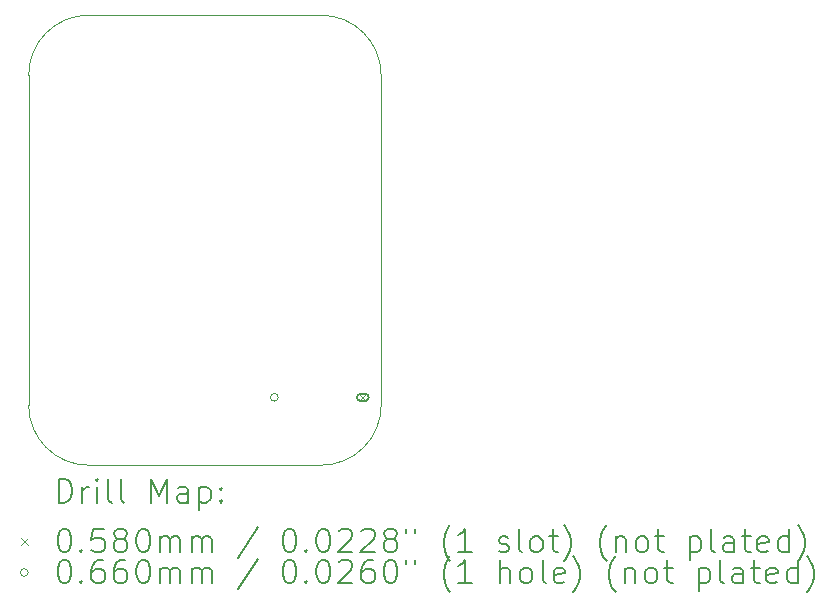
<source format=gbr>
%TF.GenerationSoftware,KiCad,Pcbnew,7.0.7*%
%TF.CreationDate,2023-09-06T22:46:41-07:00*%
%TF.ProjectId,Memory Board,4d656d6f-7279-4204-926f-6172642e6b69,rev?*%
%TF.SameCoordinates,Original*%
%TF.FileFunction,Drillmap*%
%TF.FilePolarity,Positive*%
%FSLAX45Y45*%
G04 Gerber Fmt 4.5, Leading zero omitted, Abs format (unit mm)*
G04 Created by KiCad (PCBNEW 7.0.7) date 2023-09-06 22:46:41*
%MOMM*%
%LPD*%
G01*
G04 APERTURE LIST*
%ADD10C,0.100000*%
%ADD11C,0.200000*%
%ADD12C,0.058000*%
%ADD13C,0.066000*%
G04 APERTURE END LIST*
D10*
X2540000Y-5842000D02*
X2540000Y-3048000D01*
X3048000Y-2540000D02*
G75*
G03*
X2540000Y-3048000I0J-508000D01*
G01*
X3048000Y-2540000D02*
X5016500Y-2540000D01*
X2540000Y-5842000D02*
G75*
G03*
X3048000Y-6350000I508000J0D01*
G01*
X5524500Y-3048000D02*
X5524500Y-5842000D01*
X5016500Y-6350000D02*
G75*
G03*
X5524500Y-5842000I0J508000D01*
G01*
X5524500Y-3048000D02*
G75*
G03*
X5016500Y-2540000I-508000J0D01*
G01*
X5016500Y-6350000D02*
X3048000Y-6350000D01*
D11*
D12*
X5340940Y-5746960D02*
X5398940Y-5804960D01*
X5398940Y-5746960D02*
X5340940Y-5804960D01*
D11*
X5348940Y-5804960D02*
X5390940Y-5804960D01*
X5390940Y-5804960D02*
G75*
G03*
X5390940Y-5746960I0J29000D01*
G01*
X5390940Y-5746960D02*
X5348940Y-5746960D01*
X5348940Y-5746960D02*
G75*
G03*
X5348940Y-5804960I0J-29000D01*
G01*
D13*
X4652940Y-5775960D02*
G75*
G03*
X4652940Y-5775960I-33000J0D01*
G01*
D11*
X2795777Y-6666484D02*
X2795777Y-6466484D01*
X2795777Y-6466484D02*
X2843396Y-6466484D01*
X2843396Y-6466484D02*
X2871967Y-6476008D01*
X2871967Y-6476008D02*
X2891015Y-6495055D01*
X2891015Y-6495055D02*
X2900539Y-6514103D01*
X2900539Y-6514103D02*
X2910062Y-6552198D01*
X2910062Y-6552198D02*
X2910062Y-6580769D01*
X2910062Y-6580769D02*
X2900539Y-6618865D01*
X2900539Y-6618865D02*
X2891015Y-6637912D01*
X2891015Y-6637912D02*
X2871967Y-6656960D01*
X2871967Y-6656960D02*
X2843396Y-6666484D01*
X2843396Y-6666484D02*
X2795777Y-6666484D01*
X2995777Y-6666484D02*
X2995777Y-6533150D01*
X2995777Y-6571246D02*
X3005301Y-6552198D01*
X3005301Y-6552198D02*
X3014824Y-6542674D01*
X3014824Y-6542674D02*
X3033872Y-6533150D01*
X3033872Y-6533150D02*
X3052920Y-6533150D01*
X3119586Y-6666484D02*
X3119586Y-6533150D01*
X3119586Y-6466484D02*
X3110062Y-6476008D01*
X3110062Y-6476008D02*
X3119586Y-6485531D01*
X3119586Y-6485531D02*
X3129110Y-6476008D01*
X3129110Y-6476008D02*
X3119586Y-6466484D01*
X3119586Y-6466484D02*
X3119586Y-6485531D01*
X3243396Y-6666484D02*
X3224348Y-6656960D01*
X3224348Y-6656960D02*
X3214824Y-6637912D01*
X3214824Y-6637912D02*
X3214824Y-6466484D01*
X3348158Y-6666484D02*
X3329110Y-6656960D01*
X3329110Y-6656960D02*
X3319586Y-6637912D01*
X3319586Y-6637912D02*
X3319586Y-6466484D01*
X3576729Y-6666484D02*
X3576729Y-6466484D01*
X3576729Y-6466484D02*
X3643396Y-6609341D01*
X3643396Y-6609341D02*
X3710062Y-6466484D01*
X3710062Y-6466484D02*
X3710062Y-6666484D01*
X3891015Y-6666484D02*
X3891015Y-6561722D01*
X3891015Y-6561722D02*
X3881491Y-6542674D01*
X3881491Y-6542674D02*
X3862443Y-6533150D01*
X3862443Y-6533150D02*
X3824348Y-6533150D01*
X3824348Y-6533150D02*
X3805301Y-6542674D01*
X3891015Y-6656960D02*
X3871967Y-6666484D01*
X3871967Y-6666484D02*
X3824348Y-6666484D01*
X3824348Y-6666484D02*
X3805301Y-6656960D01*
X3805301Y-6656960D02*
X3795777Y-6637912D01*
X3795777Y-6637912D02*
X3795777Y-6618865D01*
X3795777Y-6618865D02*
X3805301Y-6599817D01*
X3805301Y-6599817D02*
X3824348Y-6590293D01*
X3824348Y-6590293D02*
X3871967Y-6590293D01*
X3871967Y-6590293D02*
X3891015Y-6580769D01*
X3986253Y-6533150D02*
X3986253Y-6733150D01*
X3986253Y-6542674D02*
X4005301Y-6533150D01*
X4005301Y-6533150D02*
X4043396Y-6533150D01*
X4043396Y-6533150D02*
X4062443Y-6542674D01*
X4062443Y-6542674D02*
X4071967Y-6552198D01*
X4071967Y-6552198D02*
X4081491Y-6571246D01*
X4081491Y-6571246D02*
X4081491Y-6628388D01*
X4081491Y-6628388D02*
X4071967Y-6647436D01*
X4071967Y-6647436D02*
X4062443Y-6656960D01*
X4062443Y-6656960D02*
X4043396Y-6666484D01*
X4043396Y-6666484D02*
X4005301Y-6666484D01*
X4005301Y-6666484D02*
X3986253Y-6656960D01*
X4167205Y-6647436D02*
X4176729Y-6656960D01*
X4176729Y-6656960D02*
X4167205Y-6666484D01*
X4167205Y-6666484D02*
X4157682Y-6656960D01*
X4157682Y-6656960D02*
X4167205Y-6647436D01*
X4167205Y-6647436D02*
X4167205Y-6666484D01*
X4167205Y-6542674D02*
X4176729Y-6552198D01*
X4176729Y-6552198D02*
X4167205Y-6561722D01*
X4167205Y-6561722D02*
X4157682Y-6552198D01*
X4157682Y-6552198D02*
X4167205Y-6542674D01*
X4167205Y-6542674D02*
X4167205Y-6561722D01*
D12*
X2477000Y-6966000D02*
X2535000Y-7024000D01*
X2535000Y-6966000D02*
X2477000Y-7024000D01*
D11*
X2833872Y-6886484D02*
X2852920Y-6886484D01*
X2852920Y-6886484D02*
X2871967Y-6896008D01*
X2871967Y-6896008D02*
X2881491Y-6905531D01*
X2881491Y-6905531D02*
X2891015Y-6924579D01*
X2891015Y-6924579D02*
X2900539Y-6962674D01*
X2900539Y-6962674D02*
X2900539Y-7010293D01*
X2900539Y-7010293D02*
X2891015Y-7048388D01*
X2891015Y-7048388D02*
X2881491Y-7067436D01*
X2881491Y-7067436D02*
X2871967Y-7076960D01*
X2871967Y-7076960D02*
X2852920Y-7086484D01*
X2852920Y-7086484D02*
X2833872Y-7086484D01*
X2833872Y-7086484D02*
X2814824Y-7076960D01*
X2814824Y-7076960D02*
X2805301Y-7067436D01*
X2805301Y-7067436D02*
X2795777Y-7048388D01*
X2795777Y-7048388D02*
X2786253Y-7010293D01*
X2786253Y-7010293D02*
X2786253Y-6962674D01*
X2786253Y-6962674D02*
X2795777Y-6924579D01*
X2795777Y-6924579D02*
X2805301Y-6905531D01*
X2805301Y-6905531D02*
X2814824Y-6896008D01*
X2814824Y-6896008D02*
X2833872Y-6886484D01*
X2986253Y-7067436D02*
X2995777Y-7076960D01*
X2995777Y-7076960D02*
X2986253Y-7086484D01*
X2986253Y-7086484D02*
X2976729Y-7076960D01*
X2976729Y-7076960D02*
X2986253Y-7067436D01*
X2986253Y-7067436D02*
X2986253Y-7086484D01*
X3176729Y-6886484D02*
X3081491Y-6886484D01*
X3081491Y-6886484D02*
X3071967Y-6981722D01*
X3071967Y-6981722D02*
X3081491Y-6972198D01*
X3081491Y-6972198D02*
X3100539Y-6962674D01*
X3100539Y-6962674D02*
X3148158Y-6962674D01*
X3148158Y-6962674D02*
X3167205Y-6972198D01*
X3167205Y-6972198D02*
X3176729Y-6981722D01*
X3176729Y-6981722D02*
X3186253Y-7000769D01*
X3186253Y-7000769D02*
X3186253Y-7048388D01*
X3186253Y-7048388D02*
X3176729Y-7067436D01*
X3176729Y-7067436D02*
X3167205Y-7076960D01*
X3167205Y-7076960D02*
X3148158Y-7086484D01*
X3148158Y-7086484D02*
X3100539Y-7086484D01*
X3100539Y-7086484D02*
X3081491Y-7076960D01*
X3081491Y-7076960D02*
X3071967Y-7067436D01*
X3300539Y-6972198D02*
X3281491Y-6962674D01*
X3281491Y-6962674D02*
X3271967Y-6953150D01*
X3271967Y-6953150D02*
X3262443Y-6934103D01*
X3262443Y-6934103D02*
X3262443Y-6924579D01*
X3262443Y-6924579D02*
X3271967Y-6905531D01*
X3271967Y-6905531D02*
X3281491Y-6896008D01*
X3281491Y-6896008D02*
X3300539Y-6886484D01*
X3300539Y-6886484D02*
X3338634Y-6886484D01*
X3338634Y-6886484D02*
X3357682Y-6896008D01*
X3357682Y-6896008D02*
X3367205Y-6905531D01*
X3367205Y-6905531D02*
X3376729Y-6924579D01*
X3376729Y-6924579D02*
X3376729Y-6934103D01*
X3376729Y-6934103D02*
X3367205Y-6953150D01*
X3367205Y-6953150D02*
X3357682Y-6962674D01*
X3357682Y-6962674D02*
X3338634Y-6972198D01*
X3338634Y-6972198D02*
X3300539Y-6972198D01*
X3300539Y-6972198D02*
X3281491Y-6981722D01*
X3281491Y-6981722D02*
X3271967Y-6991246D01*
X3271967Y-6991246D02*
X3262443Y-7010293D01*
X3262443Y-7010293D02*
X3262443Y-7048388D01*
X3262443Y-7048388D02*
X3271967Y-7067436D01*
X3271967Y-7067436D02*
X3281491Y-7076960D01*
X3281491Y-7076960D02*
X3300539Y-7086484D01*
X3300539Y-7086484D02*
X3338634Y-7086484D01*
X3338634Y-7086484D02*
X3357682Y-7076960D01*
X3357682Y-7076960D02*
X3367205Y-7067436D01*
X3367205Y-7067436D02*
X3376729Y-7048388D01*
X3376729Y-7048388D02*
X3376729Y-7010293D01*
X3376729Y-7010293D02*
X3367205Y-6991246D01*
X3367205Y-6991246D02*
X3357682Y-6981722D01*
X3357682Y-6981722D02*
X3338634Y-6972198D01*
X3500539Y-6886484D02*
X3519586Y-6886484D01*
X3519586Y-6886484D02*
X3538634Y-6896008D01*
X3538634Y-6896008D02*
X3548158Y-6905531D01*
X3548158Y-6905531D02*
X3557682Y-6924579D01*
X3557682Y-6924579D02*
X3567205Y-6962674D01*
X3567205Y-6962674D02*
X3567205Y-7010293D01*
X3567205Y-7010293D02*
X3557682Y-7048388D01*
X3557682Y-7048388D02*
X3548158Y-7067436D01*
X3548158Y-7067436D02*
X3538634Y-7076960D01*
X3538634Y-7076960D02*
X3519586Y-7086484D01*
X3519586Y-7086484D02*
X3500539Y-7086484D01*
X3500539Y-7086484D02*
X3481491Y-7076960D01*
X3481491Y-7076960D02*
X3471967Y-7067436D01*
X3471967Y-7067436D02*
X3462443Y-7048388D01*
X3462443Y-7048388D02*
X3452920Y-7010293D01*
X3452920Y-7010293D02*
X3452920Y-6962674D01*
X3452920Y-6962674D02*
X3462443Y-6924579D01*
X3462443Y-6924579D02*
X3471967Y-6905531D01*
X3471967Y-6905531D02*
X3481491Y-6896008D01*
X3481491Y-6896008D02*
X3500539Y-6886484D01*
X3652920Y-7086484D02*
X3652920Y-6953150D01*
X3652920Y-6972198D02*
X3662443Y-6962674D01*
X3662443Y-6962674D02*
X3681491Y-6953150D01*
X3681491Y-6953150D02*
X3710063Y-6953150D01*
X3710063Y-6953150D02*
X3729110Y-6962674D01*
X3729110Y-6962674D02*
X3738634Y-6981722D01*
X3738634Y-6981722D02*
X3738634Y-7086484D01*
X3738634Y-6981722D02*
X3748158Y-6962674D01*
X3748158Y-6962674D02*
X3767205Y-6953150D01*
X3767205Y-6953150D02*
X3795777Y-6953150D01*
X3795777Y-6953150D02*
X3814824Y-6962674D01*
X3814824Y-6962674D02*
X3824348Y-6981722D01*
X3824348Y-6981722D02*
X3824348Y-7086484D01*
X3919586Y-7086484D02*
X3919586Y-6953150D01*
X3919586Y-6972198D02*
X3929110Y-6962674D01*
X3929110Y-6962674D02*
X3948158Y-6953150D01*
X3948158Y-6953150D02*
X3976729Y-6953150D01*
X3976729Y-6953150D02*
X3995777Y-6962674D01*
X3995777Y-6962674D02*
X4005301Y-6981722D01*
X4005301Y-6981722D02*
X4005301Y-7086484D01*
X4005301Y-6981722D02*
X4014824Y-6962674D01*
X4014824Y-6962674D02*
X4033872Y-6953150D01*
X4033872Y-6953150D02*
X4062443Y-6953150D01*
X4062443Y-6953150D02*
X4081491Y-6962674D01*
X4081491Y-6962674D02*
X4091015Y-6981722D01*
X4091015Y-6981722D02*
X4091015Y-7086484D01*
X4481491Y-6876960D02*
X4310063Y-7134103D01*
X4738634Y-6886484D02*
X4757682Y-6886484D01*
X4757682Y-6886484D02*
X4776729Y-6896008D01*
X4776729Y-6896008D02*
X4786253Y-6905531D01*
X4786253Y-6905531D02*
X4795777Y-6924579D01*
X4795777Y-6924579D02*
X4805301Y-6962674D01*
X4805301Y-6962674D02*
X4805301Y-7010293D01*
X4805301Y-7010293D02*
X4795777Y-7048388D01*
X4795777Y-7048388D02*
X4786253Y-7067436D01*
X4786253Y-7067436D02*
X4776729Y-7076960D01*
X4776729Y-7076960D02*
X4757682Y-7086484D01*
X4757682Y-7086484D02*
X4738634Y-7086484D01*
X4738634Y-7086484D02*
X4719587Y-7076960D01*
X4719587Y-7076960D02*
X4710063Y-7067436D01*
X4710063Y-7067436D02*
X4700539Y-7048388D01*
X4700539Y-7048388D02*
X4691015Y-7010293D01*
X4691015Y-7010293D02*
X4691015Y-6962674D01*
X4691015Y-6962674D02*
X4700539Y-6924579D01*
X4700539Y-6924579D02*
X4710063Y-6905531D01*
X4710063Y-6905531D02*
X4719587Y-6896008D01*
X4719587Y-6896008D02*
X4738634Y-6886484D01*
X4891015Y-7067436D02*
X4900539Y-7076960D01*
X4900539Y-7076960D02*
X4891015Y-7086484D01*
X4891015Y-7086484D02*
X4881491Y-7076960D01*
X4881491Y-7076960D02*
X4891015Y-7067436D01*
X4891015Y-7067436D02*
X4891015Y-7086484D01*
X5024348Y-6886484D02*
X5043396Y-6886484D01*
X5043396Y-6886484D02*
X5062444Y-6896008D01*
X5062444Y-6896008D02*
X5071968Y-6905531D01*
X5071968Y-6905531D02*
X5081491Y-6924579D01*
X5081491Y-6924579D02*
X5091015Y-6962674D01*
X5091015Y-6962674D02*
X5091015Y-7010293D01*
X5091015Y-7010293D02*
X5081491Y-7048388D01*
X5081491Y-7048388D02*
X5071968Y-7067436D01*
X5071968Y-7067436D02*
X5062444Y-7076960D01*
X5062444Y-7076960D02*
X5043396Y-7086484D01*
X5043396Y-7086484D02*
X5024348Y-7086484D01*
X5024348Y-7086484D02*
X5005301Y-7076960D01*
X5005301Y-7076960D02*
X4995777Y-7067436D01*
X4995777Y-7067436D02*
X4986253Y-7048388D01*
X4986253Y-7048388D02*
X4976729Y-7010293D01*
X4976729Y-7010293D02*
X4976729Y-6962674D01*
X4976729Y-6962674D02*
X4986253Y-6924579D01*
X4986253Y-6924579D02*
X4995777Y-6905531D01*
X4995777Y-6905531D02*
X5005301Y-6896008D01*
X5005301Y-6896008D02*
X5024348Y-6886484D01*
X5167206Y-6905531D02*
X5176729Y-6896008D01*
X5176729Y-6896008D02*
X5195777Y-6886484D01*
X5195777Y-6886484D02*
X5243396Y-6886484D01*
X5243396Y-6886484D02*
X5262444Y-6896008D01*
X5262444Y-6896008D02*
X5271968Y-6905531D01*
X5271968Y-6905531D02*
X5281491Y-6924579D01*
X5281491Y-6924579D02*
X5281491Y-6943627D01*
X5281491Y-6943627D02*
X5271968Y-6972198D01*
X5271968Y-6972198D02*
X5157682Y-7086484D01*
X5157682Y-7086484D02*
X5281491Y-7086484D01*
X5357682Y-6905531D02*
X5367206Y-6896008D01*
X5367206Y-6896008D02*
X5386253Y-6886484D01*
X5386253Y-6886484D02*
X5433872Y-6886484D01*
X5433872Y-6886484D02*
X5452920Y-6896008D01*
X5452920Y-6896008D02*
X5462444Y-6905531D01*
X5462444Y-6905531D02*
X5471968Y-6924579D01*
X5471968Y-6924579D02*
X5471968Y-6943627D01*
X5471968Y-6943627D02*
X5462444Y-6972198D01*
X5462444Y-6972198D02*
X5348158Y-7086484D01*
X5348158Y-7086484D02*
X5471968Y-7086484D01*
X5586253Y-6972198D02*
X5567206Y-6962674D01*
X5567206Y-6962674D02*
X5557682Y-6953150D01*
X5557682Y-6953150D02*
X5548158Y-6934103D01*
X5548158Y-6934103D02*
X5548158Y-6924579D01*
X5548158Y-6924579D02*
X5557682Y-6905531D01*
X5557682Y-6905531D02*
X5567206Y-6896008D01*
X5567206Y-6896008D02*
X5586253Y-6886484D01*
X5586253Y-6886484D02*
X5624348Y-6886484D01*
X5624348Y-6886484D02*
X5643396Y-6896008D01*
X5643396Y-6896008D02*
X5652920Y-6905531D01*
X5652920Y-6905531D02*
X5662444Y-6924579D01*
X5662444Y-6924579D02*
X5662444Y-6934103D01*
X5662444Y-6934103D02*
X5652920Y-6953150D01*
X5652920Y-6953150D02*
X5643396Y-6962674D01*
X5643396Y-6962674D02*
X5624348Y-6972198D01*
X5624348Y-6972198D02*
X5586253Y-6972198D01*
X5586253Y-6972198D02*
X5567206Y-6981722D01*
X5567206Y-6981722D02*
X5557682Y-6991246D01*
X5557682Y-6991246D02*
X5548158Y-7010293D01*
X5548158Y-7010293D02*
X5548158Y-7048388D01*
X5548158Y-7048388D02*
X5557682Y-7067436D01*
X5557682Y-7067436D02*
X5567206Y-7076960D01*
X5567206Y-7076960D02*
X5586253Y-7086484D01*
X5586253Y-7086484D02*
X5624348Y-7086484D01*
X5624348Y-7086484D02*
X5643396Y-7076960D01*
X5643396Y-7076960D02*
X5652920Y-7067436D01*
X5652920Y-7067436D02*
X5662444Y-7048388D01*
X5662444Y-7048388D02*
X5662444Y-7010293D01*
X5662444Y-7010293D02*
X5652920Y-6991246D01*
X5652920Y-6991246D02*
X5643396Y-6981722D01*
X5643396Y-6981722D02*
X5624348Y-6972198D01*
X5738634Y-6886484D02*
X5738634Y-6924579D01*
X5814825Y-6886484D02*
X5814825Y-6924579D01*
X6110063Y-7162674D02*
X6100539Y-7153150D01*
X6100539Y-7153150D02*
X6081491Y-7124579D01*
X6081491Y-7124579D02*
X6071968Y-7105531D01*
X6071968Y-7105531D02*
X6062444Y-7076960D01*
X6062444Y-7076960D02*
X6052920Y-7029341D01*
X6052920Y-7029341D02*
X6052920Y-6991246D01*
X6052920Y-6991246D02*
X6062444Y-6943627D01*
X6062444Y-6943627D02*
X6071968Y-6915055D01*
X6071968Y-6915055D02*
X6081491Y-6896008D01*
X6081491Y-6896008D02*
X6100539Y-6867436D01*
X6100539Y-6867436D02*
X6110063Y-6857912D01*
X6291015Y-7086484D02*
X6176729Y-7086484D01*
X6233872Y-7086484D02*
X6233872Y-6886484D01*
X6233872Y-6886484D02*
X6214825Y-6915055D01*
X6214825Y-6915055D02*
X6195777Y-6934103D01*
X6195777Y-6934103D02*
X6176729Y-6943627D01*
X6519587Y-7076960D02*
X6538634Y-7086484D01*
X6538634Y-7086484D02*
X6576729Y-7086484D01*
X6576729Y-7086484D02*
X6595777Y-7076960D01*
X6595777Y-7076960D02*
X6605301Y-7057912D01*
X6605301Y-7057912D02*
X6605301Y-7048388D01*
X6605301Y-7048388D02*
X6595777Y-7029341D01*
X6595777Y-7029341D02*
X6576729Y-7019817D01*
X6576729Y-7019817D02*
X6548158Y-7019817D01*
X6548158Y-7019817D02*
X6529110Y-7010293D01*
X6529110Y-7010293D02*
X6519587Y-6991246D01*
X6519587Y-6991246D02*
X6519587Y-6981722D01*
X6519587Y-6981722D02*
X6529110Y-6962674D01*
X6529110Y-6962674D02*
X6548158Y-6953150D01*
X6548158Y-6953150D02*
X6576729Y-6953150D01*
X6576729Y-6953150D02*
X6595777Y-6962674D01*
X6719587Y-7086484D02*
X6700539Y-7076960D01*
X6700539Y-7076960D02*
X6691015Y-7057912D01*
X6691015Y-7057912D02*
X6691015Y-6886484D01*
X6824349Y-7086484D02*
X6805301Y-7076960D01*
X6805301Y-7076960D02*
X6795777Y-7067436D01*
X6795777Y-7067436D02*
X6786253Y-7048388D01*
X6786253Y-7048388D02*
X6786253Y-6991246D01*
X6786253Y-6991246D02*
X6795777Y-6972198D01*
X6795777Y-6972198D02*
X6805301Y-6962674D01*
X6805301Y-6962674D02*
X6824349Y-6953150D01*
X6824349Y-6953150D02*
X6852920Y-6953150D01*
X6852920Y-6953150D02*
X6871968Y-6962674D01*
X6871968Y-6962674D02*
X6881491Y-6972198D01*
X6881491Y-6972198D02*
X6891015Y-6991246D01*
X6891015Y-6991246D02*
X6891015Y-7048388D01*
X6891015Y-7048388D02*
X6881491Y-7067436D01*
X6881491Y-7067436D02*
X6871968Y-7076960D01*
X6871968Y-7076960D02*
X6852920Y-7086484D01*
X6852920Y-7086484D02*
X6824349Y-7086484D01*
X6948158Y-6953150D02*
X7024349Y-6953150D01*
X6976730Y-6886484D02*
X6976730Y-7057912D01*
X6976730Y-7057912D02*
X6986253Y-7076960D01*
X6986253Y-7076960D02*
X7005301Y-7086484D01*
X7005301Y-7086484D02*
X7024349Y-7086484D01*
X7071968Y-7162674D02*
X7081491Y-7153150D01*
X7081491Y-7153150D02*
X7100539Y-7124579D01*
X7100539Y-7124579D02*
X7110063Y-7105531D01*
X7110063Y-7105531D02*
X7119587Y-7076960D01*
X7119587Y-7076960D02*
X7129110Y-7029341D01*
X7129110Y-7029341D02*
X7129110Y-6991246D01*
X7129110Y-6991246D02*
X7119587Y-6943627D01*
X7119587Y-6943627D02*
X7110063Y-6915055D01*
X7110063Y-6915055D02*
X7100539Y-6896008D01*
X7100539Y-6896008D02*
X7081491Y-6867436D01*
X7081491Y-6867436D02*
X7071968Y-6857912D01*
X7433872Y-7162674D02*
X7424349Y-7153150D01*
X7424349Y-7153150D02*
X7405301Y-7124579D01*
X7405301Y-7124579D02*
X7395777Y-7105531D01*
X7395777Y-7105531D02*
X7386253Y-7076960D01*
X7386253Y-7076960D02*
X7376730Y-7029341D01*
X7376730Y-7029341D02*
X7376730Y-6991246D01*
X7376730Y-6991246D02*
X7386253Y-6943627D01*
X7386253Y-6943627D02*
X7395777Y-6915055D01*
X7395777Y-6915055D02*
X7405301Y-6896008D01*
X7405301Y-6896008D02*
X7424349Y-6867436D01*
X7424349Y-6867436D02*
X7433872Y-6857912D01*
X7510063Y-6953150D02*
X7510063Y-7086484D01*
X7510063Y-6972198D02*
X7519587Y-6962674D01*
X7519587Y-6962674D02*
X7538634Y-6953150D01*
X7538634Y-6953150D02*
X7567206Y-6953150D01*
X7567206Y-6953150D02*
X7586253Y-6962674D01*
X7586253Y-6962674D02*
X7595777Y-6981722D01*
X7595777Y-6981722D02*
X7595777Y-7086484D01*
X7719587Y-7086484D02*
X7700539Y-7076960D01*
X7700539Y-7076960D02*
X7691015Y-7067436D01*
X7691015Y-7067436D02*
X7681491Y-7048388D01*
X7681491Y-7048388D02*
X7681491Y-6991246D01*
X7681491Y-6991246D02*
X7691015Y-6972198D01*
X7691015Y-6972198D02*
X7700539Y-6962674D01*
X7700539Y-6962674D02*
X7719587Y-6953150D01*
X7719587Y-6953150D02*
X7748158Y-6953150D01*
X7748158Y-6953150D02*
X7767206Y-6962674D01*
X7767206Y-6962674D02*
X7776730Y-6972198D01*
X7776730Y-6972198D02*
X7786253Y-6991246D01*
X7786253Y-6991246D02*
X7786253Y-7048388D01*
X7786253Y-7048388D02*
X7776730Y-7067436D01*
X7776730Y-7067436D02*
X7767206Y-7076960D01*
X7767206Y-7076960D02*
X7748158Y-7086484D01*
X7748158Y-7086484D02*
X7719587Y-7086484D01*
X7843396Y-6953150D02*
X7919587Y-6953150D01*
X7871968Y-6886484D02*
X7871968Y-7057912D01*
X7871968Y-7057912D02*
X7881491Y-7076960D01*
X7881491Y-7076960D02*
X7900539Y-7086484D01*
X7900539Y-7086484D02*
X7919587Y-7086484D01*
X8138634Y-6953150D02*
X8138634Y-7153150D01*
X8138634Y-6962674D02*
X8157682Y-6953150D01*
X8157682Y-6953150D02*
X8195777Y-6953150D01*
X8195777Y-6953150D02*
X8214825Y-6962674D01*
X8214825Y-6962674D02*
X8224349Y-6972198D01*
X8224349Y-6972198D02*
X8233872Y-6991246D01*
X8233872Y-6991246D02*
X8233872Y-7048388D01*
X8233872Y-7048388D02*
X8224349Y-7067436D01*
X8224349Y-7067436D02*
X8214825Y-7076960D01*
X8214825Y-7076960D02*
X8195777Y-7086484D01*
X8195777Y-7086484D02*
X8157682Y-7086484D01*
X8157682Y-7086484D02*
X8138634Y-7076960D01*
X8348158Y-7086484D02*
X8329111Y-7076960D01*
X8329111Y-7076960D02*
X8319587Y-7057912D01*
X8319587Y-7057912D02*
X8319587Y-6886484D01*
X8510063Y-7086484D02*
X8510063Y-6981722D01*
X8510063Y-6981722D02*
X8500539Y-6962674D01*
X8500539Y-6962674D02*
X8481492Y-6953150D01*
X8481492Y-6953150D02*
X8443396Y-6953150D01*
X8443396Y-6953150D02*
X8424349Y-6962674D01*
X8510063Y-7076960D02*
X8491015Y-7086484D01*
X8491015Y-7086484D02*
X8443396Y-7086484D01*
X8443396Y-7086484D02*
X8424349Y-7076960D01*
X8424349Y-7076960D02*
X8414825Y-7057912D01*
X8414825Y-7057912D02*
X8414825Y-7038865D01*
X8414825Y-7038865D02*
X8424349Y-7019817D01*
X8424349Y-7019817D02*
X8443396Y-7010293D01*
X8443396Y-7010293D02*
X8491015Y-7010293D01*
X8491015Y-7010293D02*
X8510063Y-7000769D01*
X8576730Y-6953150D02*
X8652920Y-6953150D01*
X8605301Y-6886484D02*
X8605301Y-7057912D01*
X8605301Y-7057912D02*
X8614825Y-7076960D01*
X8614825Y-7076960D02*
X8633873Y-7086484D01*
X8633873Y-7086484D02*
X8652920Y-7086484D01*
X8795777Y-7076960D02*
X8776730Y-7086484D01*
X8776730Y-7086484D02*
X8738634Y-7086484D01*
X8738634Y-7086484D02*
X8719587Y-7076960D01*
X8719587Y-7076960D02*
X8710063Y-7057912D01*
X8710063Y-7057912D02*
X8710063Y-6981722D01*
X8710063Y-6981722D02*
X8719587Y-6962674D01*
X8719587Y-6962674D02*
X8738634Y-6953150D01*
X8738634Y-6953150D02*
X8776730Y-6953150D01*
X8776730Y-6953150D02*
X8795777Y-6962674D01*
X8795777Y-6962674D02*
X8805301Y-6981722D01*
X8805301Y-6981722D02*
X8805301Y-7000769D01*
X8805301Y-7000769D02*
X8710063Y-7019817D01*
X8976730Y-7086484D02*
X8976730Y-6886484D01*
X8976730Y-7076960D02*
X8957682Y-7086484D01*
X8957682Y-7086484D02*
X8919587Y-7086484D01*
X8919587Y-7086484D02*
X8900539Y-7076960D01*
X8900539Y-7076960D02*
X8891015Y-7067436D01*
X8891015Y-7067436D02*
X8881492Y-7048388D01*
X8881492Y-7048388D02*
X8881492Y-6991246D01*
X8881492Y-6991246D02*
X8891015Y-6972198D01*
X8891015Y-6972198D02*
X8900539Y-6962674D01*
X8900539Y-6962674D02*
X8919587Y-6953150D01*
X8919587Y-6953150D02*
X8957682Y-6953150D01*
X8957682Y-6953150D02*
X8976730Y-6962674D01*
X9052920Y-7162674D02*
X9062444Y-7153150D01*
X9062444Y-7153150D02*
X9081492Y-7124579D01*
X9081492Y-7124579D02*
X9091015Y-7105531D01*
X9091015Y-7105531D02*
X9100539Y-7076960D01*
X9100539Y-7076960D02*
X9110063Y-7029341D01*
X9110063Y-7029341D02*
X9110063Y-6991246D01*
X9110063Y-6991246D02*
X9100539Y-6943627D01*
X9100539Y-6943627D02*
X9091015Y-6915055D01*
X9091015Y-6915055D02*
X9081492Y-6896008D01*
X9081492Y-6896008D02*
X9062444Y-6867436D01*
X9062444Y-6867436D02*
X9052920Y-6857912D01*
D13*
X2535000Y-7259000D02*
G75*
G03*
X2535000Y-7259000I-33000J0D01*
G01*
D11*
X2833872Y-7150484D02*
X2852920Y-7150484D01*
X2852920Y-7150484D02*
X2871967Y-7160008D01*
X2871967Y-7160008D02*
X2881491Y-7169531D01*
X2881491Y-7169531D02*
X2891015Y-7188579D01*
X2891015Y-7188579D02*
X2900539Y-7226674D01*
X2900539Y-7226674D02*
X2900539Y-7274293D01*
X2900539Y-7274293D02*
X2891015Y-7312388D01*
X2891015Y-7312388D02*
X2881491Y-7331436D01*
X2881491Y-7331436D02*
X2871967Y-7340960D01*
X2871967Y-7340960D02*
X2852920Y-7350484D01*
X2852920Y-7350484D02*
X2833872Y-7350484D01*
X2833872Y-7350484D02*
X2814824Y-7340960D01*
X2814824Y-7340960D02*
X2805301Y-7331436D01*
X2805301Y-7331436D02*
X2795777Y-7312388D01*
X2795777Y-7312388D02*
X2786253Y-7274293D01*
X2786253Y-7274293D02*
X2786253Y-7226674D01*
X2786253Y-7226674D02*
X2795777Y-7188579D01*
X2795777Y-7188579D02*
X2805301Y-7169531D01*
X2805301Y-7169531D02*
X2814824Y-7160008D01*
X2814824Y-7160008D02*
X2833872Y-7150484D01*
X2986253Y-7331436D02*
X2995777Y-7340960D01*
X2995777Y-7340960D02*
X2986253Y-7350484D01*
X2986253Y-7350484D02*
X2976729Y-7340960D01*
X2976729Y-7340960D02*
X2986253Y-7331436D01*
X2986253Y-7331436D02*
X2986253Y-7350484D01*
X3167205Y-7150484D02*
X3129110Y-7150484D01*
X3129110Y-7150484D02*
X3110062Y-7160008D01*
X3110062Y-7160008D02*
X3100539Y-7169531D01*
X3100539Y-7169531D02*
X3081491Y-7198103D01*
X3081491Y-7198103D02*
X3071967Y-7236198D01*
X3071967Y-7236198D02*
X3071967Y-7312388D01*
X3071967Y-7312388D02*
X3081491Y-7331436D01*
X3081491Y-7331436D02*
X3091015Y-7340960D01*
X3091015Y-7340960D02*
X3110062Y-7350484D01*
X3110062Y-7350484D02*
X3148158Y-7350484D01*
X3148158Y-7350484D02*
X3167205Y-7340960D01*
X3167205Y-7340960D02*
X3176729Y-7331436D01*
X3176729Y-7331436D02*
X3186253Y-7312388D01*
X3186253Y-7312388D02*
X3186253Y-7264769D01*
X3186253Y-7264769D02*
X3176729Y-7245722D01*
X3176729Y-7245722D02*
X3167205Y-7236198D01*
X3167205Y-7236198D02*
X3148158Y-7226674D01*
X3148158Y-7226674D02*
X3110062Y-7226674D01*
X3110062Y-7226674D02*
X3091015Y-7236198D01*
X3091015Y-7236198D02*
X3081491Y-7245722D01*
X3081491Y-7245722D02*
X3071967Y-7264769D01*
X3357682Y-7150484D02*
X3319586Y-7150484D01*
X3319586Y-7150484D02*
X3300539Y-7160008D01*
X3300539Y-7160008D02*
X3291015Y-7169531D01*
X3291015Y-7169531D02*
X3271967Y-7198103D01*
X3271967Y-7198103D02*
X3262443Y-7236198D01*
X3262443Y-7236198D02*
X3262443Y-7312388D01*
X3262443Y-7312388D02*
X3271967Y-7331436D01*
X3271967Y-7331436D02*
X3281491Y-7340960D01*
X3281491Y-7340960D02*
X3300539Y-7350484D01*
X3300539Y-7350484D02*
X3338634Y-7350484D01*
X3338634Y-7350484D02*
X3357682Y-7340960D01*
X3357682Y-7340960D02*
X3367205Y-7331436D01*
X3367205Y-7331436D02*
X3376729Y-7312388D01*
X3376729Y-7312388D02*
X3376729Y-7264769D01*
X3376729Y-7264769D02*
X3367205Y-7245722D01*
X3367205Y-7245722D02*
X3357682Y-7236198D01*
X3357682Y-7236198D02*
X3338634Y-7226674D01*
X3338634Y-7226674D02*
X3300539Y-7226674D01*
X3300539Y-7226674D02*
X3281491Y-7236198D01*
X3281491Y-7236198D02*
X3271967Y-7245722D01*
X3271967Y-7245722D02*
X3262443Y-7264769D01*
X3500539Y-7150484D02*
X3519586Y-7150484D01*
X3519586Y-7150484D02*
X3538634Y-7160008D01*
X3538634Y-7160008D02*
X3548158Y-7169531D01*
X3548158Y-7169531D02*
X3557682Y-7188579D01*
X3557682Y-7188579D02*
X3567205Y-7226674D01*
X3567205Y-7226674D02*
X3567205Y-7274293D01*
X3567205Y-7274293D02*
X3557682Y-7312388D01*
X3557682Y-7312388D02*
X3548158Y-7331436D01*
X3548158Y-7331436D02*
X3538634Y-7340960D01*
X3538634Y-7340960D02*
X3519586Y-7350484D01*
X3519586Y-7350484D02*
X3500539Y-7350484D01*
X3500539Y-7350484D02*
X3481491Y-7340960D01*
X3481491Y-7340960D02*
X3471967Y-7331436D01*
X3471967Y-7331436D02*
X3462443Y-7312388D01*
X3462443Y-7312388D02*
X3452920Y-7274293D01*
X3452920Y-7274293D02*
X3452920Y-7226674D01*
X3452920Y-7226674D02*
X3462443Y-7188579D01*
X3462443Y-7188579D02*
X3471967Y-7169531D01*
X3471967Y-7169531D02*
X3481491Y-7160008D01*
X3481491Y-7160008D02*
X3500539Y-7150484D01*
X3652920Y-7350484D02*
X3652920Y-7217150D01*
X3652920Y-7236198D02*
X3662443Y-7226674D01*
X3662443Y-7226674D02*
X3681491Y-7217150D01*
X3681491Y-7217150D02*
X3710063Y-7217150D01*
X3710063Y-7217150D02*
X3729110Y-7226674D01*
X3729110Y-7226674D02*
X3738634Y-7245722D01*
X3738634Y-7245722D02*
X3738634Y-7350484D01*
X3738634Y-7245722D02*
X3748158Y-7226674D01*
X3748158Y-7226674D02*
X3767205Y-7217150D01*
X3767205Y-7217150D02*
X3795777Y-7217150D01*
X3795777Y-7217150D02*
X3814824Y-7226674D01*
X3814824Y-7226674D02*
X3824348Y-7245722D01*
X3824348Y-7245722D02*
X3824348Y-7350484D01*
X3919586Y-7350484D02*
X3919586Y-7217150D01*
X3919586Y-7236198D02*
X3929110Y-7226674D01*
X3929110Y-7226674D02*
X3948158Y-7217150D01*
X3948158Y-7217150D02*
X3976729Y-7217150D01*
X3976729Y-7217150D02*
X3995777Y-7226674D01*
X3995777Y-7226674D02*
X4005301Y-7245722D01*
X4005301Y-7245722D02*
X4005301Y-7350484D01*
X4005301Y-7245722D02*
X4014824Y-7226674D01*
X4014824Y-7226674D02*
X4033872Y-7217150D01*
X4033872Y-7217150D02*
X4062443Y-7217150D01*
X4062443Y-7217150D02*
X4081491Y-7226674D01*
X4081491Y-7226674D02*
X4091015Y-7245722D01*
X4091015Y-7245722D02*
X4091015Y-7350484D01*
X4481491Y-7140960D02*
X4310063Y-7398103D01*
X4738634Y-7150484D02*
X4757682Y-7150484D01*
X4757682Y-7150484D02*
X4776729Y-7160008D01*
X4776729Y-7160008D02*
X4786253Y-7169531D01*
X4786253Y-7169531D02*
X4795777Y-7188579D01*
X4795777Y-7188579D02*
X4805301Y-7226674D01*
X4805301Y-7226674D02*
X4805301Y-7274293D01*
X4805301Y-7274293D02*
X4795777Y-7312388D01*
X4795777Y-7312388D02*
X4786253Y-7331436D01*
X4786253Y-7331436D02*
X4776729Y-7340960D01*
X4776729Y-7340960D02*
X4757682Y-7350484D01*
X4757682Y-7350484D02*
X4738634Y-7350484D01*
X4738634Y-7350484D02*
X4719587Y-7340960D01*
X4719587Y-7340960D02*
X4710063Y-7331436D01*
X4710063Y-7331436D02*
X4700539Y-7312388D01*
X4700539Y-7312388D02*
X4691015Y-7274293D01*
X4691015Y-7274293D02*
X4691015Y-7226674D01*
X4691015Y-7226674D02*
X4700539Y-7188579D01*
X4700539Y-7188579D02*
X4710063Y-7169531D01*
X4710063Y-7169531D02*
X4719587Y-7160008D01*
X4719587Y-7160008D02*
X4738634Y-7150484D01*
X4891015Y-7331436D02*
X4900539Y-7340960D01*
X4900539Y-7340960D02*
X4891015Y-7350484D01*
X4891015Y-7350484D02*
X4881491Y-7340960D01*
X4881491Y-7340960D02*
X4891015Y-7331436D01*
X4891015Y-7331436D02*
X4891015Y-7350484D01*
X5024348Y-7150484D02*
X5043396Y-7150484D01*
X5043396Y-7150484D02*
X5062444Y-7160008D01*
X5062444Y-7160008D02*
X5071968Y-7169531D01*
X5071968Y-7169531D02*
X5081491Y-7188579D01*
X5081491Y-7188579D02*
X5091015Y-7226674D01*
X5091015Y-7226674D02*
X5091015Y-7274293D01*
X5091015Y-7274293D02*
X5081491Y-7312388D01*
X5081491Y-7312388D02*
X5071968Y-7331436D01*
X5071968Y-7331436D02*
X5062444Y-7340960D01*
X5062444Y-7340960D02*
X5043396Y-7350484D01*
X5043396Y-7350484D02*
X5024348Y-7350484D01*
X5024348Y-7350484D02*
X5005301Y-7340960D01*
X5005301Y-7340960D02*
X4995777Y-7331436D01*
X4995777Y-7331436D02*
X4986253Y-7312388D01*
X4986253Y-7312388D02*
X4976729Y-7274293D01*
X4976729Y-7274293D02*
X4976729Y-7226674D01*
X4976729Y-7226674D02*
X4986253Y-7188579D01*
X4986253Y-7188579D02*
X4995777Y-7169531D01*
X4995777Y-7169531D02*
X5005301Y-7160008D01*
X5005301Y-7160008D02*
X5024348Y-7150484D01*
X5167206Y-7169531D02*
X5176729Y-7160008D01*
X5176729Y-7160008D02*
X5195777Y-7150484D01*
X5195777Y-7150484D02*
X5243396Y-7150484D01*
X5243396Y-7150484D02*
X5262444Y-7160008D01*
X5262444Y-7160008D02*
X5271968Y-7169531D01*
X5271968Y-7169531D02*
X5281491Y-7188579D01*
X5281491Y-7188579D02*
X5281491Y-7207627D01*
X5281491Y-7207627D02*
X5271968Y-7236198D01*
X5271968Y-7236198D02*
X5157682Y-7350484D01*
X5157682Y-7350484D02*
X5281491Y-7350484D01*
X5452920Y-7150484D02*
X5414825Y-7150484D01*
X5414825Y-7150484D02*
X5395777Y-7160008D01*
X5395777Y-7160008D02*
X5386253Y-7169531D01*
X5386253Y-7169531D02*
X5367206Y-7198103D01*
X5367206Y-7198103D02*
X5357682Y-7236198D01*
X5357682Y-7236198D02*
X5357682Y-7312388D01*
X5357682Y-7312388D02*
X5367206Y-7331436D01*
X5367206Y-7331436D02*
X5376729Y-7340960D01*
X5376729Y-7340960D02*
X5395777Y-7350484D01*
X5395777Y-7350484D02*
X5433872Y-7350484D01*
X5433872Y-7350484D02*
X5452920Y-7340960D01*
X5452920Y-7340960D02*
X5462444Y-7331436D01*
X5462444Y-7331436D02*
X5471968Y-7312388D01*
X5471968Y-7312388D02*
X5471968Y-7264769D01*
X5471968Y-7264769D02*
X5462444Y-7245722D01*
X5462444Y-7245722D02*
X5452920Y-7236198D01*
X5452920Y-7236198D02*
X5433872Y-7226674D01*
X5433872Y-7226674D02*
X5395777Y-7226674D01*
X5395777Y-7226674D02*
X5376729Y-7236198D01*
X5376729Y-7236198D02*
X5367206Y-7245722D01*
X5367206Y-7245722D02*
X5357682Y-7264769D01*
X5595777Y-7150484D02*
X5614825Y-7150484D01*
X5614825Y-7150484D02*
X5633872Y-7160008D01*
X5633872Y-7160008D02*
X5643396Y-7169531D01*
X5643396Y-7169531D02*
X5652920Y-7188579D01*
X5652920Y-7188579D02*
X5662444Y-7226674D01*
X5662444Y-7226674D02*
X5662444Y-7274293D01*
X5662444Y-7274293D02*
X5652920Y-7312388D01*
X5652920Y-7312388D02*
X5643396Y-7331436D01*
X5643396Y-7331436D02*
X5633872Y-7340960D01*
X5633872Y-7340960D02*
X5614825Y-7350484D01*
X5614825Y-7350484D02*
X5595777Y-7350484D01*
X5595777Y-7350484D02*
X5576729Y-7340960D01*
X5576729Y-7340960D02*
X5567206Y-7331436D01*
X5567206Y-7331436D02*
X5557682Y-7312388D01*
X5557682Y-7312388D02*
X5548158Y-7274293D01*
X5548158Y-7274293D02*
X5548158Y-7226674D01*
X5548158Y-7226674D02*
X5557682Y-7188579D01*
X5557682Y-7188579D02*
X5567206Y-7169531D01*
X5567206Y-7169531D02*
X5576729Y-7160008D01*
X5576729Y-7160008D02*
X5595777Y-7150484D01*
X5738634Y-7150484D02*
X5738634Y-7188579D01*
X5814825Y-7150484D02*
X5814825Y-7188579D01*
X6110063Y-7426674D02*
X6100539Y-7417150D01*
X6100539Y-7417150D02*
X6081491Y-7388579D01*
X6081491Y-7388579D02*
X6071968Y-7369531D01*
X6071968Y-7369531D02*
X6062444Y-7340960D01*
X6062444Y-7340960D02*
X6052920Y-7293341D01*
X6052920Y-7293341D02*
X6052920Y-7255246D01*
X6052920Y-7255246D02*
X6062444Y-7207627D01*
X6062444Y-7207627D02*
X6071968Y-7179055D01*
X6071968Y-7179055D02*
X6081491Y-7160008D01*
X6081491Y-7160008D02*
X6100539Y-7131436D01*
X6100539Y-7131436D02*
X6110063Y-7121912D01*
X6291015Y-7350484D02*
X6176729Y-7350484D01*
X6233872Y-7350484D02*
X6233872Y-7150484D01*
X6233872Y-7150484D02*
X6214825Y-7179055D01*
X6214825Y-7179055D02*
X6195777Y-7198103D01*
X6195777Y-7198103D02*
X6176729Y-7207627D01*
X6529110Y-7350484D02*
X6529110Y-7150484D01*
X6614825Y-7350484D02*
X6614825Y-7245722D01*
X6614825Y-7245722D02*
X6605301Y-7226674D01*
X6605301Y-7226674D02*
X6586253Y-7217150D01*
X6586253Y-7217150D02*
X6557682Y-7217150D01*
X6557682Y-7217150D02*
X6538634Y-7226674D01*
X6538634Y-7226674D02*
X6529110Y-7236198D01*
X6738634Y-7350484D02*
X6719587Y-7340960D01*
X6719587Y-7340960D02*
X6710063Y-7331436D01*
X6710063Y-7331436D02*
X6700539Y-7312388D01*
X6700539Y-7312388D02*
X6700539Y-7255246D01*
X6700539Y-7255246D02*
X6710063Y-7236198D01*
X6710063Y-7236198D02*
X6719587Y-7226674D01*
X6719587Y-7226674D02*
X6738634Y-7217150D01*
X6738634Y-7217150D02*
X6767206Y-7217150D01*
X6767206Y-7217150D02*
X6786253Y-7226674D01*
X6786253Y-7226674D02*
X6795777Y-7236198D01*
X6795777Y-7236198D02*
X6805301Y-7255246D01*
X6805301Y-7255246D02*
X6805301Y-7312388D01*
X6805301Y-7312388D02*
X6795777Y-7331436D01*
X6795777Y-7331436D02*
X6786253Y-7340960D01*
X6786253Y-7340960D02*
X6767206Y-7350484D01*
X6767206Y-7350484D02*
X6738634Y-7350484D01*
X6919587Y-7350484D02*
X6900539Y-7340960D01*
X6900539Y-7340960D02*
X6891015Y-7321912D01*
X6891015Y-7321912D02*
X6891015Y-7150484D01*
X7071968Y-7340960D02*
X7052920Y-7350484D01*
X7052920Y-7350484D02*
X7014825Y-7350484D01*
X7014825Y-7350484D02*
X6995777Y-7340960D01*
X6995777Y-7340960D02*
X6986253Y-7321912D01*
X6986253Y-7321912D02*
X6986253Y-7245722D01*
X6986253Y-7245722D02*
X6995777Y-7226674D01*
X6995777Y-7226674D02*
X7014825Y-7217150D01*
X7014825Y-7217150D02*
X7052920Y-7217150D01*
X7052920Y-7217150D02*
X7071968Y-7226674D01*
X7071968Y-7226674D02*
X7081491Y-7245722D01*
X7081491Y-7245722D02*
X7081491Y-7264769D01*
X7081491Y-7264769D02*
X6986253Y-7283817D01*
X7148158Y-7426674D02*
X7157682Y-7417150D01*
X7157682Y-7417150D02*
X7176730Y-7388579D01*
X7176730Y-7388579D02*
X7186253Y-7369531D01*
X7186253Y-7369531D02*
X7195777Y-7340960D01*
X7195777Y-7340960D02*
X7205301Y-7293341D01*
X7205301Y-7293341D02*
X7205301Y-7255246D01*
X7205301Y-7255246D02*
X7195777Y-7207627D01*
X7195777Y-7207627D02*
X7186253Y-7179055D01*
X7186253Y-7179055D02*
X7176730Y-7160008D01*
X7176730Y-7160008D02*
X7157682Y-7131436D01*
X7157682Y-7131436D02*
X7148158Y-7121912D01*
X7510063Y-7426674D02*
X7500539Y-7417150D01*
X7500539Y-7417150D02*
X7481491Y-7388579D01*
X7481491Y-7388579D02*
X7471968Y-7369531D01*
X7471968Y-7369531D02*
X7462444Y-7340960D01*
X7462444Y-7340960D02*
X7452920Y-7293341D01*
X7452920Y-7293341D02*
X7452920Y-7255246D01*
X7452920Y-7255246D02*
X7462444Y-7207627D01*
X7462444Y-7207627D02*
X7471968Y-7179055D01*
X7471968Y-7179055D02*
X7481491Y-7160008D01*
X7481491Y-7160008D02*
X7500539Y-7131436D01*
X7500539Y-7131436D02*
X7510063Y-7121912D01*
X7586253Y-7217150D02*
X7586253Y-7350484D01*
X7586253Y-7236198D02*
X7595777Y-7226674D01*
X7595777Y-7226674D02*
X7614825Y-7217150D01*
X7614825Y-7217150D02*
X7643396Y-7217150D01*
X7643396Y-7217150D02*
X7662444Y-7226674D01*
X7662444Y-7226674D02*
X7671968Y-7245722D01*
X7671968Y-7245722D02*
X7671968Y-7350484D01*
X7795777Y-7350484D02*
X7776730Y-7340960D01*
X7776730Y-7340960D02*
X7767206Y-7331436D01*
X7767206Y-7331436D02*
X7757682Y-7312388D01*
X7757682Y-7312388D02*
X7757682Y-7255246D01*
X7757682Y-7255246D02*
X7767206Y-7236198D01*
X7767206Y-7236198D02*
X7776730Y-7226674D01*
X7776730Y-7226674D02*
X7795777Y-7217150D01*
X7795777Y-7217150D02*
X7824349Y-7217150D01*
X7824349Y-7217150D02*
X7843396Y-7226674D01*
X7843396Y-7226674D02*
X7852920Y-7236198D01*
X7852920Y-7236198D02*
X7862444Y-7255246D01*
X7862444Y-7255246D02*
X7862444Y-7312388D01*
X7862444Y-7312388D02*
X7852920Y-7331436D01*
X7852920Y-7331436D02*
X7843396Y-7340960D01*
X7843396Y-7340960D02*
X7824349Y-7350484D01*
X7824349Y-7350484D02*
X7795777Y-7350484D01*
X7919587Y-7217150D02*
X7995777Y-7217150D01*
X7948158Y-7150484D02*
X7948158Y-7321912D01*
X7948158Y-7321912D02*
X7957682Y-7340960D01*
X7957682Y-7340960D02*
X7976730Y-7350484D01*
X7976730Y-7350484D02*
X7995777Y-7350484D01*
X8214825Y-7217150D02*
X8214825Y-7417150D01*
X8214825Y-7226674D02*
X8233872Y-7217150D01*
X8233872Y-7217150D02*
X8271968Y-7217150D01*
X8271968Y-7217150D02*
X8291015Y-7226674D01*
X8291015Y-7226674D02*
X8300539Y-7236198D01*
X8300539Y-7236198D02*
X8310063Y-7255246D01*
X8310063Y-7255246D02*
X8310063Y-7312388D01*
X8310063Y-7312388D02*
X8300539Y-7331436D01*
X8300539Y-7331436D02*
X8291015Y-7340960D01*
X8291015Y-7340960D02*
X8271968Y-7350484D01*
X8271968Y-7350484D02*
X8233872Y-7350484D01*
X8233872Y-7350484D02*
X8214825Y-7340960D01*
X8424349Y-7350484D02*
X8405301Y-7340960D01*
X8405301Y-7340960D02*
X8395777Y-7321912D01*
X8395777Y-7321912D02*
X8395777Y-7150484D01*
X8586254Y-7350484D02*
X8586254Y-7245722D01*
X8586254Y-7245722D02*
X8576730Y-7226674D01*
X8576730Y-7226674D02*
X8557682Y-7217150D01*
X8557682Y-7217150D02*
X8519587Y-7217150D01*
X8519587Y-7217150D02*
X8500539Y-7226674D01*
X8586254Y-7340960D02*
X8567206Y-7350484D01*
X8567206Y-7350484D02*
X8519587Y-7350484D01*
X8519587Y-7350484D02*
X8500539Y-7340960D01*
X8500539Y-7340960D02*
X8491015Y-7321912D01*
X8491015Y-7321912D02*
X8491015Y-7302865D01*
X8491015Y-7302865D02*
X8500539Y-7283817D01*
X8500539Y-7283817D02*
X8519587Y-7274293D01*
X8519587Y-7274293D02*
X8567206Y-7274293D01*
X8567206Y-7274293D02*
X8586254Y-7264769D01*
X8652920Y-7217150D02*
X8729111Y-7217150D01*
X8681492Y-7150484D02*
X8681492Y-7321912D01*
X8681492Y-7321912D02*
X8691015Y-7340960D01*
X8691015Y-7340960D02*
X8710063Y-7350484D01*
X8710063Y-7350484D02*
X8729111Y-7350484D01*
X8871968Y-7340960D02*
X8852920Y-7350484D01*
X8852920Y-7350484D02*
X8814825Y-7350484D01*
X8814825Y-7350484D02*
X8795777Y-7340960D01*
X8795777Y-7340960D02*
X8786254Y-7321912D01*
X8786254Y-7321912D02*
X8786254Y-7245722D01*
X8786254Y-7245722D02*
X8795777Y-7226674D01*
X8795777Y-7226674D02*
X8814825Y-7217150D01*
X8814825Y-7217150D02*
X8852920Y-7217150D01*
X8852920Y-7217150D02*
X8871968Y-7226674D01*
X8871968Y-7226674D02*
X8881492Y-7245722D01*
X8881492Y-7245722D02*
X8881492Y-7264769D01*
X8881492Y-7264769D02*
X8786254Y-7283817D01*
X9052920Y-7350484D02*
X9052920Y-7150484D01*
X9052920Y-7340960D02*
X9033873Y-7350484D01*
X9033873Y-7350484D02*
X8995777Y-7350484D01*
X8995777Y-7350484D02*
X8976730Y-7340960D01*
X8976730Y-7340960D02*
X8967206Y-7331436D01*
X8967206Y-7331436D02*
X8957682Y-7312388D01*
X8957682Y-7312388D02*
X8957682Y-7255246D01*
X8957682Y-7255246D02*
X8967206Y-7236198D01*
X8967206Y-7236198D02*
X8976730Y-7226674D01*
X8976730Y-7226674D02*
X8995777Y-7217150D01*
X8995777Y-7217150D02*
X9033873Y-7217150D01*
X9033873Y-7217150D02*
X9052920Y-7226674D01*
X9129111Y-7426674D02*
X9138635Y-7417150D01*
X9138635Y-7417150D02*
X9157682Y-7388579D01*
X9157682Y-7388579D02*
X9167206Y-7369531D01*
X9167206Y-7369531D02*
X9176730Y-7340960D01*
X9176730Y-7340960D02*
X9186254Y-7293341D01*
X9186254Y-7293341D02*
X9186254Y-7255246D01*
X9186254Y-7255246D02*
X9176730Y-7207627D01*
X9176730Y-7207627D02*
X9167206Y-7179055D01*
X9167206Y-7179055D02*
X9157682Y-7160008D01*
X9157682Y-7160008D02*
X9138635Y-7131436D01*
X9138635Y-7131436D02*
X9129111Y-7121912D01*
M02*

</source>
